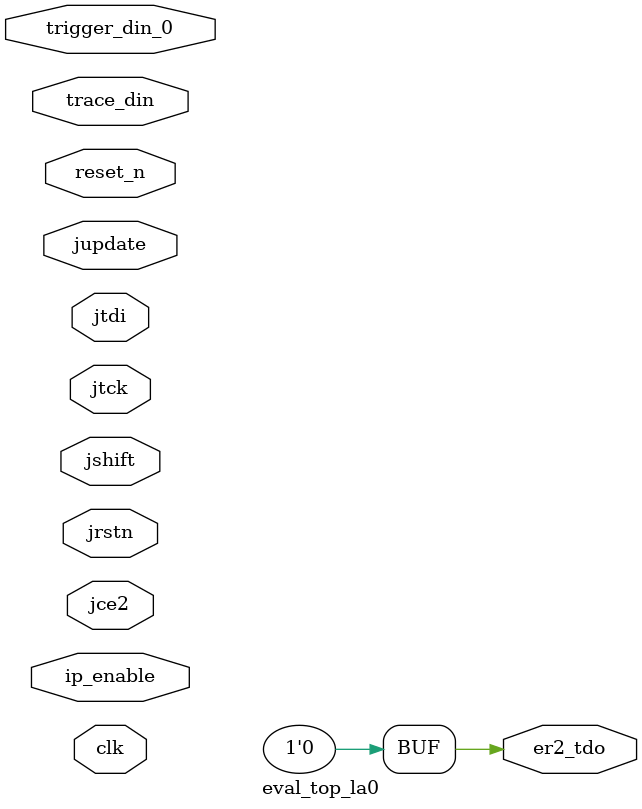
<source format=v>

/* WARNING - Changes to this file should be performed by re-running IPexpress
or modifying the .LPC file and regenerating the core.  Other changes may lead
to inconsistent simulation and/or implemenation results */

module eval_top_la0 (
    clk,
    reset_n,
    jtck,
    jrstn,
    jce2,
    jtdi,
    er2_tdo,
    jshift,
    jupdate,
    trigger_din_0,
    trace_din,
    ip_enable
);

// PARAMETERS DEFINED BY USER
localparam NUM_TRACE_SIGNALS   = 387;
localparam NUM_TRIGGER_SIGNALS = 1;
localparam INCLUDE_TRIG_DATA   = 0;
localparam NUM_TU_BITS_0       = 1;

input  clk;
input  reset_n;
input  jtck;
input  jrstn;
input  jce2;
input  jtdi;
output er2_tdo;
input  jshift;
input  jupdate;
input  [NUM_TU_BITS_0 -1:0] trigger_din_0;
input  [NUM_TRACE_SIGNALS + (NUM_TRIGGER_SIGNALS * INCLUDE_TRIG_DATA) -1:0] trace_din;
input  ip_enable;

assign er2_tdo = 1'b0;

endmodule

</source>
